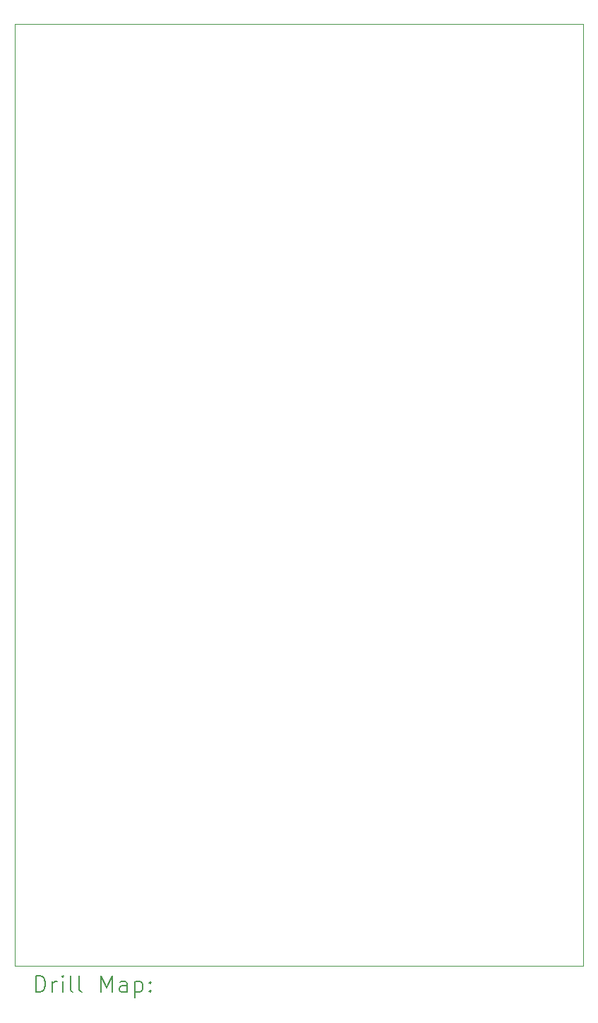
<source format=gbr>
%FSLAX45Y45*%
G04 Gerber Fmt 4.5, Leading zero omitted, Abs format (unit mm)*
G04 Created by KiCad (PCBNEW (6.0.2)) date 2022-11-12 12:22:01*
%MOMM*%
%LPD*%
G01*
G04 APERTURE LIST*
%TA.AperFunction,Profile*%
%ADD10C,0.100000*%
%TD*%
%ADD11C,0.200000*%
G04 APERTURE END LIST*
D10*
X7910000Y-4000000D02*
X14730000Y-4000000D01*
X14730000Y-4000000D02*
X14730000Y-15300000D01*
X14730000Y-15300000D02*
X7910000Y-15300000D01*
X7910000Y-15300000D02*
X7910000Y-4000000D01*
D11*
X8162619Y-15615476D02*
X8162619Y-15415476D01*
X8210238Y-15415476D01*
X8238809Y-15425000D01*
X8257857Y-15444048D01*
X8267381Y-15463095D01*
X8276905Y-15501190D01*
X8276905Y-15529762D01*
X8267381Y-15567857D01*
X8257857Y-15586905D01*
X8238809Y-15605952D01*
X8210238Y-15615476D01*
X8162619Y-15615476D01*
X8362619Y-15615476D02*
X8362619Y-15482143D01*
X8362619Y-15520238D02*
X8372143Y-15501190D01*
X8381667Y-15491667D01*
X8400714Y-15482143D01*
X8419762Y-15482143D01*
X8486429Y-15615476D02*
X8486429Y-15482143D01*
X8486429Y-15415476D02*
X8476905Y-15425000D01*
X8486429Y-15434524D01*
X8495952Y-15425000D01*
X8486429Y-15415476D01*
X8486429Y-15434524D01*
X8610238Y-15615476D02*
X8591190Y-15605952D01*
X8581667Y-15586905D01*
X8581667Y-15415476D01*
X8715000Y-15615476D02*
X8695952Y-15605952D01*
X8686429Y-15586905D01*
X8686429Y-15415476D01*
X8943571Y-15615476D02*
X8943571Y-15415476D01*
X9010238Y-15558333D01*
X9076905Y-15415476D01*
X9076905Y-15615476D01*
X9257857Y-15615476D02*
X9257857Y-15510714D01*
X9248333Y-15491667D01*
X9229286Y-15482143D01*
X9191190Y-15482143D01*
X9172143Y-15491667D01*
X9257857Y-15605952D02*
X9238810Y-15615476D01*
X9191190Y-15615476D01*
X9172143Y-15605952D01*
X9162619Y-15586905D01*
X9162619Y-15567857D01*
X9172143Y-15548809D01*
X9191190Y-15539286D01*
X9238810Y-15539286D01*
X9257857Y-15529762D01*
X9353095Y-15482143D02*
X9353095Y-15682143D01*
X9353095Y-15491667D02*
X9372143Y-15482143D01*
X9410238Y-15482143D01*
X9429286Y-15491667D01*
X9438810Y-15501190D01*
X9448333Y-15520238D01*
X9448333Y-15577381D01*
X9438810Y-15596428D01*
X9429286Y-15605952D01*
X9410238Y-15615476D01*
X9372143Y-15615476D01*
X9353095Y-15605952D01*
X9534048Y-15596428D02*
X9543571Y-15605952D01*
X9534048Y-15615476D01*
X9524524Y-15605952D01*
X9534048Y-15596428D01*
X9534048Y-15615476D01*
X9534048Y-15491667D02*
X9543571Y-15501190D01*
X9534048Y-15510714D01*
X9524524Y-15501190D01*
X9534048Y-15491667D01*
X9534048Y-15510714D01*
M02*

</source>
